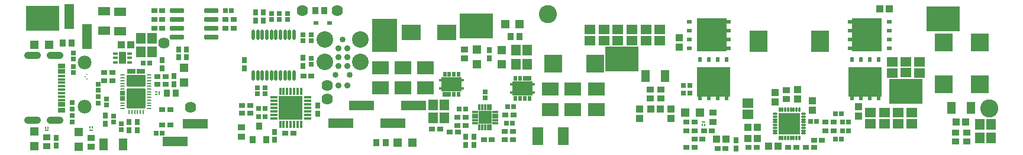
<source format=gbr>
%TF.GenerationSoftware,Altium Limited,Altium Designer,19.0.15 (446)*%
G04 Layer_Color=8388736*
%FSLAX45Y45*%
%MOMM*%
%TF.FileFunction,Soldermask,Top*%
%TF.Part,CustomerPanel*%
G01*
G75*
%TA.AperFunction,SMDPad,CuDef*%
G04:AMPARAMS|DCode=14|XSize=0.2mm|YSize=0.2mm|CornerRadius=0.05mm|HoleSize=0mm|Usage=FLASHONLY|Rotation=0.000|XOffset=0mm|YOffset=0mm|HoleType=Round|Shape=RoundedRectangle|*
%AMROUNDEDRECTD14*
21,1,0.20000,0.10000,0,0,0.0*
21,1,0.10000,0.20000,0,0,0.0*
1,1,0.10000,0.05000,-0.05000*
1,1,0.10000,-0.05000,-0.05000*
1,1,0.10000,-0.05000,0.05000*
1,1,0.10000,0.05000,0.05000*
%
%ADD14ROUNDEDRECTD14*%
G04:AMPARAMS|DCode=30|XSize=0.7mm|YSize=0.7mm|CornerRadius=0.0875mm|HoleSize=0mm|Usage=FLASHONLY|Rotation=90.000|XOffset=0mm|YOffset=0mm|HoleType=Round|Shape=RoundedRectangle|*
%AMROUNDEDRECTD30*
21,1,0.70000,0.52500,0,0,90.0*
21,1,0.52500,0.70000,0,0,90.0*
1,1,0.17500,0.26250,0.26250*
1,1,0.17500,0.26250,-0.26250*
1,1,0.17500,-0.26250,-0.26250*
1,1,0.17500,-0.26250,0.26250*
%
%ADD30ROUNDEDRECTD30*%
G04:AMPARAMS|DCode=31|XSize=0.7mm|YSize=1.253mm|CornerRadius=0.0875mm|HoleSize=0mm|Usage=FLASHONLY|Rotation=90.000|XOffset=0mm|YOffset=0mm|HoleType=Round|Shape=RoundedRectangle|*
%AMROUNDEDRECTD31*
21,1,0.70000,1.07800,0,0,90.0*
21,1,0.52500,1.25300,0,0,90.0*
1,1,0.17500,0.53900,0.26250*
1,1,0.17500,0.53900,-0.26250*
1,1,0.17500,-0.53900,-0.26250*
1,1,0.17500,-0.53900,0.26250*
%
%ADD31ROUNDEDRECTD31*%
G04:AMPARAMS|DCode=34|XSize=0.2mm|YSize=0.6mm|CornerRadius=0.04mm|HoleSize=0mm|Usage=FLASHONLY|Rotation=90.000|XOffset=0mm|YOffset=0mm|HoleType=Round|Shape=RoundedRectangle|*
%AMROUNDEDRECTD34*
21,1,0.20000,0.52000,0,0,90.0*
21,1,0.12000,0.60000,0,0,90.0*
1,1,0.08000,0.26000,0.06000*
1,1,0.08000,0.26000,-0.06000*
1,1,0.08000,-0.26000,-0.06000*
1,1,0.08000,-0.26000,0.06000*
%
%ADD34ROUNDEDRECTD34*%
G04:AMPARAMS|DCode=35|XSize=0.6mm|YSize=0.2mm|CornerRadius=0.04mm|HoleSize=0mm|Usage=FLASHONLY|Rotation=90.000|XOffset=0mm|YOffset=0mm|HoleType=Round|Shape=RoundedRectangle|*
%AMROUNDEDRECTD35*
21,1,0.60000,0.12000,0,0,90.0*
21,1,0.52000,0.20000,0,0,90.0*
1,1,0.08000,0.06000,0.26000*
1,1,0.08000,0.06000,-0.26000*
1,1,0.08000,-0.06000,-0.26000*
1,1,0.08000,-0.06000,0.26000*
%
%ADD35ROUNDEDRECTD35*%
%TA.AperFunction,ComponentPad*%
%ADD87C,0.40000*%
%ADD89C,2.37500*%
%ADD90C,0.85000*%
%TA.AperFunction,ViaPad*%
%ADD95C,1.98000*%
%TA.AperFunction,SMDPad,CuDef*%
%ADD128R,0.70000X0.85000*%
%ADD129R,0.85000X0.70000*%
%ADD132R,1.10000X1.00000*%
%ADD133R,1.00000X1.10000*%
%ADD134R,0.95000X1.05000*%
%ADD138R,0.70000X0.74000*%
%ADD139R,0.74000X0.70000*%
%ADD140R,1.05000X0.95000*%
%ADD142R,1.30000X1.30000*%
%TA.AperFunction,ViaPad*%
%ADD143C,1.62400*%
%TA.AperFunction,ComponentPad*%
G04:AMPARAMS|DCode=144|XSize=1.1mm|YSize=2.4mm|CornerRadius=0.55mm|HoleSize=0mm|Usage=FLASHONLY|Rotation=270.000|XOffset=0mm|YOffset=0mm|HoleType=Round|Shape=RoundedRectangle|*
%AMROUNDEDRECTD144*
21,1,1.10000,1.30000,0,0,270.0*
21,1,0.00000,2.40000,0,0,270.0*
1,1,1.10000,-0.65000,0.00000*
1,1,1.10000,-0.65000,0.00000*
1,1,1.10000,0.65000,0.00000*
1,1,1.10000,0.65000,0.00000*
%
%ADD144ROUNDEDRECTD144*%
%TA.AperFunction,ViaPad*%
%ADD145C,2.60000*%
%TA.AperFunction,ComponentPad*%
%ADD146C,1.62400*%
%TA.AperFunction,ConnectorPad*%
%ADD156R,1.10000X0.40000*%
%ADD157R,1.10000X0.70000*%
%TA.AperFunction,SMDPad,CuDef*%
%ADD158R,0.80000X0.60000*%
%ADD159R,2.60000X3.10000*%
%ADD160R,0.60000X0.75000*%
%ADD161R,0.60000X0.65000*%
%ADD162R,4.70000X4.22000*%
%ADD163R,0.75000X0.60000*%
%ADD164R,0.65000X0.60000*%
%ADD165R,4.22000X4.70000*%
%ADD166O,0.80000X0.30000*%
%ADD167C,0.90010*%
G04:AMPARAMS|DCode=168|XSize=1.63mm|YSize=2.75mm|CornerRadius=0.08825mm|HoleSize=0mm|Usage=FLASHONLY|Rotation=90.000|XOffset=0mm|YOffset=0mm|HoleType=Round|Shape=RoundedRectangle|*
%AMROUNDEDRECTD168*
21,1,1.63000,2.57350,0,0,90.0*
21,1,1.45350,2.75000,0,0,90.0*
1,1,0.17650,1.28675,0.72675*
1,1,0.17650,1.28675,-0.72675*
1,1,0.17650,-1.28675,-0.72675*
1,1,0.17650,-1.28675,0.72675*
%
%ADD168ROUNDEDRECTD168*%
G04:AMPARAMS|DCode=169|XSize=2.82mm|YSize=2.75mm|CornerRadius=0.11625mm|HoleSize=0mm|Usage=FLASHONLY|Rotation=90.000|XOffset=0mm|YOffset=0mm|HoleType=Round|Shape=RoundedRectangle|*
%AMROUNDEDRECTD169*
21,1,2.82000,2.51750,0,0,90.0*
21,1,2.58750,2.75000,0,0,90.0*
1,1,0.23250,1.25875,1.29375*
1,1,0.23250,1.25875,-1.29375*
1,1,0.23250,-1.25875,-1.29375*
1,1,0.23250,-1.25875,1.29375*
%
%ADD169ROUNDEDRECTD169*%
%ADD170R,1.37200X3.53200*%
%ADD171R,1.40000X1.50000*%
%ADD172R,0.27000X0.62000*%
%ADD173R,0.37000X0.27000*%
%ADD174R,1.30000X1.30000*%
%ADD175R,0.62000X0.27000*%
%ADD176R,0.27000X0.37000*%
%ADD177R,4.80000X3.53000*%
%ADD178R,1.10000X1.70000*%
%ADD179R,0.76000X0.42000*%
G04:AMPARAMS|DCode=180|XSize=2.07mm|YSize=0.7mm|CornerRadius=0.125mm|HoleSize=0mm|Usage=FLASHONLY|Rotation=0.000|XOffset=0mm|YOffset=0mm|HoleType=Round|Shape=RoundedRectangle|*
%AMROUNDEDRECTD180*
21,1,2.07000,0.45000,0,0,0.0*
21,1,1.82000,0.70000,0,0,0.0*
1,1,0.25000,0.91000,-0.22500*
1,1,0.25000,-0.91000,-0.22500*
1,1,0.25000,-0.91000,0.22500*
1,1,0.25000,0.91000,0.22500*
%
%ADD180ROUNDEDRECTD180*%
%ADD181R,3.53200X1.37200*%
%ADD182O,0.55000X1.50000*%
%ADD183R,2.33000X1.90000*%
%ADD184R,0.45000X0.40000*%
%ADD185R,0.54000X0.75000*%
%ADD186R,1.19000X0.75000*%
%ADD187R,2.90000X2.00000*%
%ADD188R,3.53000X4.80000*%
%ADD189R,2.80000X2.30000*%
G04:AMPARAMS|DCode=190|XSize=0.93mm|YSize=0.32mm|CornerRadius=0.0775mm|HoleSize=0mm|Usage=FLASHONLY|Rotation=180.000|XOffset=0mm|YOffset=0mm|HoleType=Round|Shape=RoundedRectangle|*
%AMROUNDEDRECTD190*
21,1,0.93000,0.16500,0,0,180.0*
21,1,0.77500,0.32000,0,0,180.0*
1,1,0.15500,-0.38750,0.08250*
1,1,0.15500,0.38750,0.08250*
1,1,0.15500,0.38750,-0.08250*
1,1,0.15500,-0.38750,-0.08250*
%
%ADD190ROUNDEDRECTD190*%
G04:AMPARAMS|DCode=191|XSize=0.93mm|YSize=0.32mm|CornerRadius=0.0775mm|HoleSize=0mm|Usage=FLASHONLY|Rotation=90.000|XOffset=0mm|YOffset=0mm|HoleType=Round|Shape=RoundedRectangle|*
%AMROUNDEDRECTD191*
21,1,0.93000,0.16500,0,0,90.0*
21,1,0.77500,0.32000,0,0,90.0*
1,1,0.15500,0.08250,0.38750*
1,1,0.15500,0.08250,-0.38750*
1,1,0.15500,-0.08250,-0.38750*
1,1,0.15500,-0.08250,0.38750*
%
%ADD191ROUNDEDRECTD191*%
%ADD192R,1.85000X1.85000*%
%ADD193R,1.60000X2.50000*%
%ADD194R,1.50000X1.40000*%
%ADD195R,1.75000X1.30000*%
%ADD196R,1.30000X1.75000*%
%TA.AperFunction,BGAPad,CuDef*%
%ADD197C,0.90000*%
%TA.AperFunction,SMDPad,CuDef*%
%ADD198O,0.30000X0.80000*%
%ADD199R,3.10000X3.10000*%
%ADD200R,2.55000X2.65000*%
%ADD201R,2.65000X2.55000*%
%ADD202R,0.90000X1.00000*%
%ADD203O,1.05000X0.40000*%
%ADD204O,0.40000X1.05000*%
%ADD205R,3.45000X3.45000*%
%TA.AperFunction,ComponentPad*%
%ADD206C,0.55720*%
D14*
X3450760Y7026080D02*
D03*
X3480760Y6992081D02*
D03*
Y7060080D02*
D03*
D30*
X3991100Y6705060D02*
D03*
Y6785060D02*
D03*
D31*
X4248750Y7095060D02*
D03*
X4113450D02*
D03*
D34*
X3991100Y6565060D02*
D03*
Y6605060D02*
D03*
Y6645060D02*
D03*
Y6845060D02*
D03*
Y6885060D02*
D03*
Y6925060D02*
D03*
Y6965060D02*
D03*
Y7005060D02*
D03*
Y7045060D02*
D03*
X4371100D02*
D03*
Y7005060D02*
D03*
Y6965060D02*
D03*
Y6925060D02*
D03*
Y6885060D02*
D03*
Y6845060D02*
D03*
Y6805060D02*
D03*
Y6765060D02*
D03*
Y6725060D02*
D03*
Y6685060D02*
D03*
Y6645060D02*
D03*
Y6605060D02*
D03*
Y6565060D02*
D03*
D35*
X4281100Y6515060D02*
D03*
X4241100D02*
D03*
X4201100D02*
D03*
X4161100D02*
D03*
X4121100D02*
D03*
X4081100D02*
D03*
D87*
X4288600Y6961060D02*
D03*
X4073600D02*
D03*
X4181100D02*
D03*
Y6819560D02*
D03*
Y6597560D02*
D03*
X4288600Y6708560D02*
D03*
X4073600D02*
D03*
X4181100D02*
D03*
D89*
X6886620Y7555860D02*
D03*
Y7238360D02*
D03*
X7394620D02*
D03*
Y7555860D02*
D03*
D90*
X7140620D02*
D03*
X7242220Y7047860D02*
D03*
X7039020D02*
D03*
D95*
X3448120Y6594620D02*
D03*
Y7229620D02*
D03*
D128*
X6569640Y7176380D02*
D03*
Y7291380D02*
D03*
X6783000Y6491300D02*
D03*
Y6606300D02*
D03*
X4900860Y7413300D02*
D03*
Y7298300D02*
D03*
X9235620Y7284620D02*
D03*
Y7399620D02*
D03*
X4720520Y7029620D02*
D03*
Y6914620D02*
D03*
X3745160Y6347681D02*
D03*
Y6462681D02*
D03*
X3041580Y6028488D02*
D03*
Y6143488D02*
D03*
X4200620Y6366820D02*
D03*
Y6251820D02*
D03*
X4080440Y6366820D02*
D03*
Y6251820D02*
D03*
X4789100Y7413300D02*
D03*
Y7298300D02*
D03*
X4558660Y7256740D02*
D03*
Y7141740D02*
D03*
X6003120Y7944621D02*
D03*
Y7829621D02*
D03*
X5890620Y7944621D02*
D03*
Y7829621D02*
D03*
X5728900Y7255820D02*
D03*
Y7140820D02*
D03*
X8901580Y6156940D02*
D03*
Y6041940D02*
D03*
X9015880Y6156908D02*
D03*
Y6041908D02*
D03*
X6160900Y6228447D02*
D03*
Y6113446D02*
D03*
X12763120Y5992120D02*
D03*
Y6107120D02*
D03*
D129*
X12308420Y6245069D02*
D03*
X12423420D02*
D03*
X3840340Y6967081D02*
D03*
Y7082120D02*
D03*
X8532140Y6268680D02*
D03*
X8417140D02*
D03*
X8783600Y6222960D02*
D03*
X8668600D02*
D03*
X4487768Y6916380D02*
D03*
X4602768D02*
D03*
X4487760Y7020520D02*
D03*
X4602760D02*
D03*
X3725340Y7082120D02*
D03*
Y6967081D02*
D03*
X4440620Y7839620D02*
D03*
X4555620D02*
D03*
X4440620Y7967620D02*
D03*
X4555620D02*
D03*
X4440620Y7714620D02*
D03*
X4555620D02*
D03*
X5578120Y7714120D02*
D03*
X5463120D02*
D03*
X5578120Y7839620D02*
D03*
X5463120D02*
D03*
X4668840Y6548520D02*
D03*
X4553840D02*
D03*
X4553800Y6324560D02*
D03*
X4668800D02*
D03*
X6690640Y7035177D02*
D03*
X6575640D02*
D03*
X9466160Y6468900D02*
D03*
X9581160D02*
D03*
X9457240Y6114287D02*
D03*
X9572240D02*
D03*
X9273120D02*
D03*
X9158120D02*
D03*
X8780360Y6322800D02*
D03*
X8895360D02*
D03*
X9571670Y6233813D02*
D03*
X9456670D02*
D03*
X8896120Y6436020D02*
D03*
X8781120D02*
D03*
X12286729Y6127120D02*
D03*
X12171729D02*
D03*
X12173120Y6007120D02*
D03*
X12058120D02*
D03*
X12173120Y6247120D02*
D03*
X12058120D02*
D03*
X12173120Y6367120D02*
D03*
X12058120D02*
D03*
X12944600Y6002320D02*
D03*
X13059599D02*
D03*
X13765620Y6004620D02*
D03*
X13880620D02*
D03*
X13995621Y6112080D02*
D03*
X13880620D02*
D03*
X12500840Y5992959D02*
D03*
X12615840D02*
D03*
X13515620Y6004620D02*
D03*
X13630620D02*
D03*
X5815620Y6493820D02*
D03*
X5700620D02*
D03*
X14162120Y6246080D02*
D03*
X14047121D02*
D03*
X14161620Y6368441D02*
D03*
X14046619D02*
D03*
X6316260Y6213120D02*
D03*
X6431260D02*
D03*
X5700620Y6603820D02*
D03*
X5815620D02*
D03*
D132*
X11958120Y7577120D02*
D03*
Y7442120D02*
D03*
X14516801Y6457720D02*
D03*
Y6592720D02*
D03*
X13644666Y6835797D02*
D03*
Y6700797D02*
D03*
X11837600Y6420954D02*
D03*
Y6555954D02*
D03*
X11387280Y6423221D02*
D03*
Y6558221D02*
D03*
X13323500Y6795920D02*
D03*
Y6660920D02*
D03*
X13861980Y6671460D02*
D03*
Y6536460D02*
D03*
D133*
X3972300Y7477921D02*
D03*
X4107300D02*
D03*
X12933121Y6137425D02*
D03*
X13068120D02*
D03*
X12933121Y6294080D02*
D03*
X13068120D02*
D03*
X13233121Y6026117D02*
D03*
X13368120D02*
D03*
X11680620Y6556479D02*
D03*
X11545620D02*
D03*
X14823120Y7994620D02*
D03*
X14958121D02*
D03*
X12490072Y6127120D02*
D03*
X12625072D02*
D03*
X15919360Y6372121D02*
D03*
X16054359D02*
D03*
D134*
X6878480Y7968357D02*
D03*
X6748480D02*
D03*
X7621440Y6078184D02*
D03*
X7751440D02*
D03*
X9540320Y7597100D02*
D03*
X9670320D02*
D03*
X3258980Y7503449D02*
D03*
X3128980D02*
D03*
X4752500Y6784621D02*
D03*
X4622500D02*
D03*
D138*
X12105120Y6782742D02*
D03*
X12017120D02*
D03*
X5547120Y7967120D02*
D03*
X5459120D02*
D03*
X4286620Y7220120D02*
D03*
X4374620D02*
D03*
X4553700Y6212120D02*
D03*
X4465700D02*
D03*
X9584170Y6586630D02*
D03*
X9496170D02*
D03*
X9482869Y6352060D02*
D03*
X9570869D02*
D03*
X8808900Y6555536D02*
D03*
X8896900D02*
D03*
X13919620Y6377280D02*
D03*
X13831619D02*
D03*
X14290100Y6246080D02*
D03*
X14378101D02*
D03*
X14185620Y6485941D02*
D03*
X14273621D02*
D03*
X12104540Y6891642D02*
D03*
X12016540D02*
D03*
X14290118Y6368441D02*
D03*
X14378119D02*
D03*
X14185620Y6128580D02*
D03*
X14273621D02*
D03*
X5937504Y6565259D02*
D03*
X6025504D02*
D03*
X5937504Y6450959D02*
D03*
X6025504D02*
D03*
D139*
X6688480Y7626120D02*
D03*
Y7538120D02*
D03*
X6569640Y7625861D02*
D03*
Y7537860D02*
D03*
X3754968Y6615293D02*
D03*
Y6703293D02*
D03*
X3968680Y6256881D02*
D03*
Y6344881D02*
D03*
X3862000Y6457460D02*
D03*
Y6369460D02*
D03*
X3643120Y6825621D02*
D03*
Y6913621D02*
D03*
X3643120Y6731445D02*
D03*
Y6643445D02*
D03*
X3282880Y7080660D02*
D03*
Y7168661D02*
D03*
Y7361700D02*
D03*
Y7273700D02*
D03*
X3270180Y6649060D02*
D03*
Y6561060D02*
D03*
X3270588Y6372000D02*
D03*
Y6460001D02*
D03*
X9175621Y6716777D02*
D03*
Y6804777D02*
D03*
X6688464Y7198723D02*
D03*
Y7286724D02*
D03*
X6025504Y6774660D02*
D03*
Y6862660D02*
D03*
X5918776Y6774660D02*
D03*
Y6862660D02*
D03*
X6347599Y7929352D02*
D03*
Y7841352D02*
D03*
X6233299Y7929352D02*
D03*
Y7841352D02*
D03*
X6118999Y7929352D02*
D03*
Y7841352D02*
D03*
D140*
X3537120Y6012120D02*
D03*
Y6142120D02*
D03*
X12438120Y6502120D02*
D03*
Y6372120D02*
D03*
X8883120Y7412120D02*
D03*
Y7282120D02*
D03*
X2903020Y6150981D02*
D03*
Y6020981D02*
D03*
X5690800Y6290500D02*
D03*
Y6160501D02*
D03*
X13488260Y6698554D02*
D03*
Y6828554D02*
D03*
X15906860Y6092121D02*
D03*
Y6222121D02*
D03*
X16066859Y6092120D02*
D03*
Y6222120D02*
D03*
X11535620Y6706403D02*
D03*
Y6836403D02*
D03*
X11690620Y6706403D02*
D03*
Y6836403D02*
D03*
D142*
X8134340Y6078180D02*
D03*
X7924340D02*
D03*
X9461143Y7775300D02*
D03*
X9671143D02*
D03*
X2728020Y7483425D02*
D03*
X2938020D02*
D03*
X12248396Y6509748D02*
D03*
X12038396D02*
D03*
D143*
X6917620Y6698554D02*
D03*
Y6893520D02*
D03*
X4583360Y7503449D02*
D03*
X4961820Y6581100D02*
D03*
D144*
X3018200Y7324098D02*
D03*
X2703200D02*
D03*
X3018200Y6394098D02*
D03*
X2703200D02*
D03*
D145*
X10072300Y7917140D02*
D03*
X16394360Y6568400D02*
D03*
D146*
X6559480Y7967940D02*
D03*
X7062384D02*
D03*
D156*
X3113200Y6784098D02*
D03*
Y6834098D02*
D03*
Y6884098D02*
D03*
Y6934098D02*
D03*
Y7034098D02*
D03*
Y6984098D02*
D03*
Y6734098D02*
D03*
Y6684098D02*
D03*
D157*
Y7175098D02*
D03*
Y7095098D02*
D03*
Y6623098D02*
D03*
Y6543098D02*
D03*
D158*
X6751580Y7795220D02*
D03*
X6951580D02*
D03*
D159*
X13091776Y7531060D02*
D03*
X13971779D02*
D03*
D160*
X14804120Y7270484D02*
D03*
X14677119D02*
D03*
X14550121D02*
D03*
X14423120D02*
D03*
X12635620Y7269620D02*
D03*
X12508620D02*
D03*
X12381620D02*
D03*
X12254620D02*
D03*
D161*
X14423120Y6715484D02*
D03*
X14550121D02*
D03*
X14677119D02*
D03*
X14804120D02*
D03*
X12254620Y6714620D02*
D03*
X12381620D02*
D03*
X12508620D02*
D03*
X12635620D02*
D03*
D162*
X14613620Y6948984D02*
D03*
X12445120Y6948120D02*
D03*
D163*
X14959120Y7431484D02*
D03*
Y7558484D02*
D03*
Y7685484D02*
D03*
Y7812484D02*
D03*
X12098120Y7812620D02*
D03*
Y7685620D02*
D03*
Y7558620D02*
D03*
Y7431620D02*
D03*
D164*
X14404120Y7812484D02*
D03*
Y7685484D02*
D03*
Y7558484D02*
D03*
Y7431484D02*
D03*
X12653120Y7431620D02*
D03*
Y7558620D02*
D03*
Y7685620D02*
D03*
Y7812620D02*
D03*
D165*
X14637621Y7621984D02*
D03*
X12419620Y7622120D02*
D03*
D166*
X13733121Y6287121D02*
D03*
Y6327121D02*
D03*
X13328120Y6487121D02*
D03*
Y6447121D02*
D03*
Y6407121D02*
D03*
Y6367121D02*
D03*
Y6327121D02*
D03*
Y6287121D02*
D03*
Y6247121D02*
D03*
Y6207121D02*
D03*
X13733121D02*
D03*
Y6247121D02*
D03*
Y6367121D02*
D03*
Y6407121D02*
D03*
Y6447121D02*
D03*
Y6487121D02*
D03*
D167*
X7204120Y6894080D02*
D03*
X7077072Y6895560D02*
D03*
D168*
X4181100Y6961060D02*
D03*
D169*
Y6708560D02*
D03*
D170*
X3478460Y7596120D02*
D03*
X3224460Y7888120D02*
D03*
D171*
X4250964Y7570120D02*
D03*
X4410964D02*
D03*
X4250964Y7375120D02*
D03*
X4410963D02*
D03*
X9615620Y7202120D02*
D03*
X9775620D02*
D03*
X9616870Y7399620D02*
D03*
X9776869D02*
D03*
X8430822Y6432120D02*
D03*
X8590822D02*
D03*
X8430822Y6619620D02*
D03*
X8590822D02*
D03*
X16419272Y6138256D02*
D03*
X16259271D02*
D03*
X16419272Y6340756D02*
D03*
X16259271D02*
D03*
D172*
X4511880Y6784300D02*
D03*
D173*
X4471880Y6766800D02*
D03*
Y6801800D02*
D03*
D174*
X4870380Y6935840D02*
D03*
Y7145840D02*
D03*
X9411787Y7406983D02*
D03*
Y7196983D02*
D03*
X3362120Y6224621D02*
D03*
Y6014620D02*
D03*
X2728020Y6230980D02*
D03*
Y6020980D02*
D03*
X9058120Y7202120D02*
D03*
Y7412120D02*
D03*
D175*
X12300620Y6372121D02*
D03*
X3538120Y6252120D02*
D03*
X2903020Y6249660D02*
D03*
D176*
X12318120Y6332120D02*
D03*
X12283120D02*
D03*
X3520620Y6292121D02*
D03*
X3555620D02*
D03*
X2885520Y6289661D02*
D03*
X2920520D02*
D03*
D177*
X15731419Y7853640D02*
D03*
X2840920Y7863800D02*
D03*
X9048680Y7754580D02*
D03*
X11132621Y7276618D02*
D03*
X15200620Y6807120D02*
D03*
D178*
X3988120Y7289621D02*
D03*
D179*
X4090620Y7354621D02*
D03*
Y7289621D02*
D03*
Y7224621D02*
D03*
X3885620D02*
D03*
Y7289621D02*
D03*
Y7354621D02*
D03*
D180*
X5258120Y7967620D02*
D03*
Y7840620D02*
D03*
Y7713620D02*
D03*
Y7586620D02*
D03*
X4763120D02*
D03*
Y7713620D02*
D03*
Y7840620D02*
D03*
Y7967620D02*
D03*
D181*
X5031620Y6347420D02*
D03*
X4739620Y6093420D02*
D03*
X8149120Y6603960D02*
D03*
X7857120Y6349960D02*
D03*
X7403980Y6606500D02*
D03*
X7111980Y6352500D02*
D03*
D182*
X6442100Y7625756D02*
D03*
X6377100D02*
D03*
X6312100D02*
D03*
X6247100D02*
D03*
X6182100D02*
D03*
X6117100D02*
D03*
X6052100D02*
D03*
X5987100D02*
D03*
X5922100D02*
D03*
X5857100D02*
D03*
X6442100Y7035756D02*
D03*
X6377100D02*
D03*
X6312100D02*
D03*
X6247100D02*
D03*
X6182100D02*
D03*
X6117100D02*
D03*
X6052100D02*
D03*
X5987100D02*
D03*
X5922100D02*
D03*
X5857100D02*
D03*
D183*
X10765420Y6549400D02*
D03*
Y6841400D02*
D03*
X10433509Y6551718D02*
D03*
Y6843718D02*
D03*
X10105320Y6551722D02*
D03*
Y6843722D02*
D03*
X8325620Y7150038D02*
D03*
Y6858038D02*
D03*
X8003120Y7150038D02*
D03*
Y6858038D02*
D03*
X7680620Y7150038D02*
D03*
Y6858038D02*
D03*
D184*
X9868121Y6913036D02*
D03*
Y6793036D02*
D03*
X9553121D02*
D03*
X9553121Y6913036D02*
D03*
X8537901Y6852120D02*
D03*
Y6972120D02*
D03*
X8852901D02*
D03*
X8852900Y6852120D02*
D03*
D185*
X9678120Y7000536D02*
D03*
X9613121Y7000536D02*
D03*
X9808120Y6705536D02*
D03*
X9743120D02*
D03*
X9678120D02*
D03*
X9613121D02*
D03*
X8727902Y6764620D02*
D03*
X8792900Y6764620D02*
D03*
X8597902Y7059620D02*
D03*
X8662902D02*
D03*
X8727902D02*
D03*
X8792900D02*
D03*
D186*
X9775620Y7000536D02*
D03*
X8630402Y6764620D02*
D03*
D187*
X9710621Y6853036D02*
D03*
X8695401Y6912120D02*
D03*
D188*
X7735620Y7613860D02*
D03*
D189*
X8625621Y7660537D02*
D03*
X8115621D02*
D03*
D190*
X9319620Y6354621D02*
D03*
Y6394621D02*
D03*
Y6434621D02*
D03*
Y6474621D02*
D03*
Y6514621D02*
D03*
X9031620D02*
D03*
Y6474621D02*
D03*
Y6434621D02*
D03*
Y6394621D02*
D03*
Y6354621D02*
D03*
D191*
X9095620Y6290621D02*
D03*
X9135620D02*
D03*
X9175620D02*
D03*
X9215620D02*
D03*
X9255620D02*
D03*
Y6578621D02*
D03*
X9215620D02*
D03*
X9175620D02*
D03*
X9135620D02*
D03*
X9095620D02*
D03*
D192*
X9175620Y6434621D02*
D03*
D193*
X10297940Y6169620D02*
D03*
X9927940D02*
D03*
D194*
X12933121Y6480780D02*
D03*
Y6640780D02*
D03*
X15283272Y6504416D02*
D03*
Y6344416D02*
D03*
X14693272Y6343200D02*
D03*
Y6503200D02*
D03*
X15088272Y6344416D02*
D03*
Y6504416D02*
D03*
X15390620Y7237120D02*
D03*
Y7077120D02*
D03*
X15005620Y7237120D02*
D03*
Y7077120D02*
D03*
X14890771Y6343200D02*
D03*
Y6503200D02*
D03*
X15198120Y7237984D02*
D03*
Y7077984D02*
D03*
X10876692Y7697984D02*
D03*
Y7537984D02*
D03*
X11077763Y7697984D02*
D03*
Y7537984D02*
D03*
X11278834Y7697984D02*
D03*
Y7537984D02*
D03*
X11479905Y7697984D02*
D03*
Y7537984D02*
D03*
X10678650Y7700867D02*
D03*
Y7540867D02*
D03*
X11678134Y7696841D02*
D03*
Y7536841D02*
D03*
D195*
X3955831Y7958080D02*
D03*
Y7678080D02*
D03*
X3723781Y7959477D02*
D03*
Y7679477D02*
D03*
D196*
X3997120Y6047120D02*
D03*
X3717120D02*
D03*
X15846860Y6572121D02*
D03*
X16126860D02*
D03*
X11473120Y7028903D02*
D03*
X11753120D02*
D03*
D197*
X7204120Y7301860D02*
D03*
X7077120Y7174860D02*
D03*
Y7301860D02*
D03*
X7204120Y7428860D02*
D03*
X7077120D02*
D03*
X7204120Y7174860D02*
D03*
D198*
X13390620Y6144621D02*
D03*
X13430620D02*
D03*
X13470621D02*
D03*
X13510620D02*
D03*
X13550620D02*
D03*
X13590620D02*
D03*
X13630620D02*
D03*
X13670621D02*
D03*
Y6549621D02*
D03*
X13630620D02*
D03*
X13590620D02*
D03*
X13550620D02*
D03*
X13510620D02*
D03*
X13470621D02*
D03*
X13430620D02*
D03*
X13390620D02*
D03*
D199*
X13530620Y6347121D02*
D03*
D200*
X15741580Y6909618D02*
D03*
Y7514618D02*
D03*
X16252119Y6909610D02*
D03*
Y7514610D02*
D03*
D201*
X10753260Y7213022D02*
D03*
X10148260D02*
D03*
D202*
X5945900Y6313120D02*
D03*
X6040900Y6113120D02*
D03*
X5850900D02*
D03*
D203*
X6154080Y6723800D02*
D03*
Y6673800D02*
D03*
Y6623800D02*
D03*
Y6573800D02*
D03*
Y6523800D02*
D03*
Y6473800D02*
D03*
Y6423800D02*
D03*
X6634080D02*
D03*
Y6473800D02*
D03*
Y6523800D02*
D03*
Y6573800D02*
D03*
Y6623800D02*
D03*
Y6673800D02*
D03*
Y6723800D02*
D03*
D204*
X6244080Y6333800D02*
D03*
X6294080D02*
D03*
X6344080D02*
D03*
X6394080D02*
D03*
X6444080D02*
D03*
X6494080D02*
D03*
X6544080D02*
D03*
Y6813800D02*
D03*
X6494080D02*
D03*
X6444080D02*
D03*
X6394080D02*
D03*
X6344080D02*
D03*
X6294080D02*
D03*
X6244080D02*
D03*
D205*
X6394080Y6573800D02*
D03*
D206*
X13420621Y6457121D02*
D03*
X13640620D02*
D03*
X13420621Y6237121D02*
D03*
X13640620D02*
D03*
X13420621Y6347121D02*
D03*
X13530620Y6457121D02*
D03*
Y6237121D02*
D03*
X13638120Y6347121D02*
D03*
%TF.MD5,778929e7dd58cb092633c3f072d36e98*%
M02*

</source>
